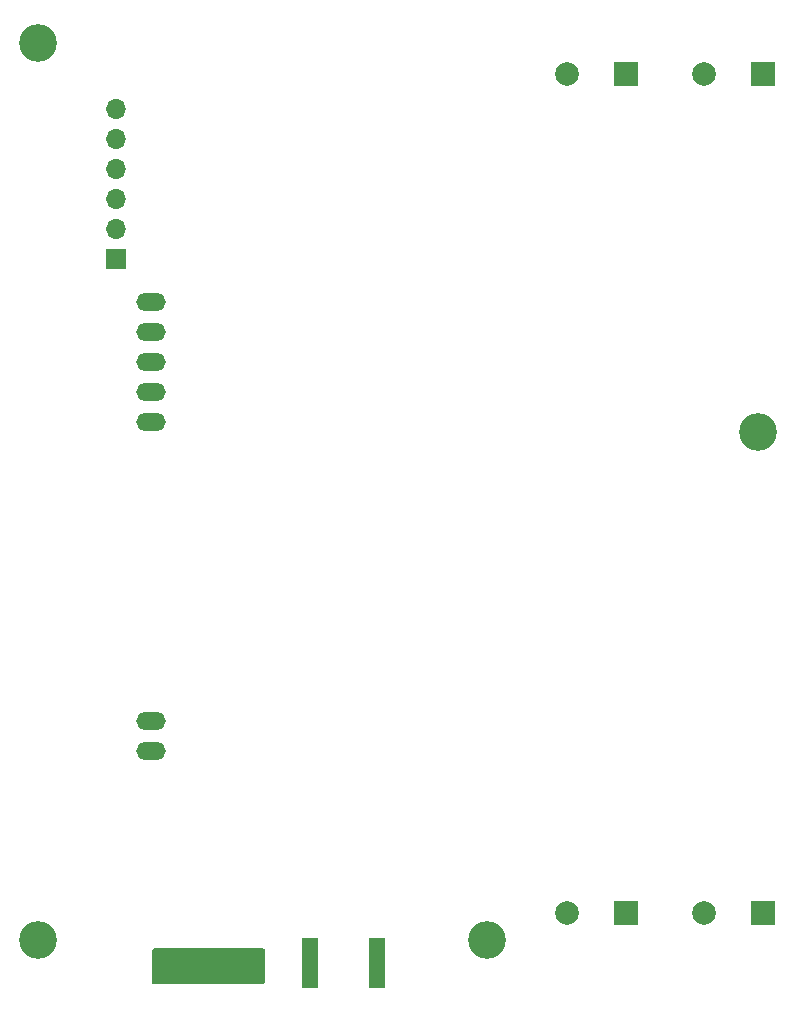
<source format=gbs>
%TF.GenerationSoftware,KiCad,Pcbnew,(6.0.11)*%
%TF.CreationDate,2023-03-05T15:40:12+01:00*%
%TF.ProjectId,OBSPro,4f425350-726f-42e6-9b69-6361645f7063,rev?*%
%TF.SameCoordinates,PX7270e00PY2255100*%
%TF.FileFunction,Soldermask,Bot*%
%TF.FilePolarity,Negative*%
%FSLAX46Y46*%
G04 Gerber Fmt 4.6, Leading zero omitted, Abs format (unit mm)*
G04 Created by KiCad (PCBNEW (6.0.11)) date 2023-03-05 15:40:12*
%MOMM*%
%LPD*%
G01*
G04 APERTURE LIST*
%ADD10R,1.350000X4.200000*%
%ADD11C,3.200000*%
%ADD12R,1.700000X1.700000*%
%ADD13O,1.700000X1.700000*%
%ADD14O,2.500000X1.500000*%
%ADD15R,2.000000X2.000000*%
%ADD16C,2.000000*%
G04 APERTURE END LIST*
D10*
%TO.C,REF\u002A\u002A*%
X32725000Y-81900000D03*
X27075000Y-81900000D03*
%TD*%
D11*
%TO.C,H3*%
X42000000Y-80000000D03*
%TD*%
D12*
%TO.C,J4*%
X10600000Y-22300000D03*
D13*
X10600000Y-19760000D03*
X10600000Y-17220000D03*
X10600000Y-14680000D03*
X10600000Y-12140000D03*
X10600000Y-9600000D03*
%TD*%
D11*
%TO.C,H4*%
X65000000Y-37000000D03*
%TD*%
D14*
%TO.C,J2*%
X13600000Y-36100000D03*
X13600000Y-33560000D03*
X13600000Y-31020000D03*
X13600000Y-28480000D03*
X13600000Y-25940000D03*
%TD*%
D15*
%TO.C,LS1*%
X65400000Y-77700000D03*
D16*
X60400000Y-77700000D03*
%TD*%
D11*
%TO.C,H2*%
X4000000Y-4000000D03*
%TD*%
D14*
%TO.C,BT1*%
X13600000Y-63990000D03*
X13600000Y-61450000D03*
%TD*%
D15*
%TO.C,LS2*%
X65400000Y-6700000D03*
D16*
X60400000Y-6700000D03*
%TD*%
D11*
%TO.C,H1*%
X4000000Y-80000000D03*
%TD*%
D15*
%TO.C,LS3*%
X53800000Y-77700000D03*
D16*
X48800000Y-77700000D03*
%TD*%
D15*
%TO.C,LS4*%
X53800000Y-6700000D03*
D16*
X48800000Y-6700000D03*
%TD*%
G36*
X23159191Y-80718907D02*
G01*
X23195155Y-80768407D01*
X23200000Y-80799000D01*
X23200000Y-83601000D01*
X23181093Y-83659191D01*
X23131593Y-83695155D01*
X23101000Y-83700000D01*
X13799000Y-83700000D01*
X13740809Y-83681093D01*
X13704845Y-83631593D01*
X13700000Y-83601000D01*
X13700000Y-80799000D01*
X13718907Y-80740809D01*
X13768407Y-80704845D01*
X13799000Y-80700000D01*
X23101000Y-80700000D01*
X23159191Y-80718907D01*
G37*
M02*

</source>
